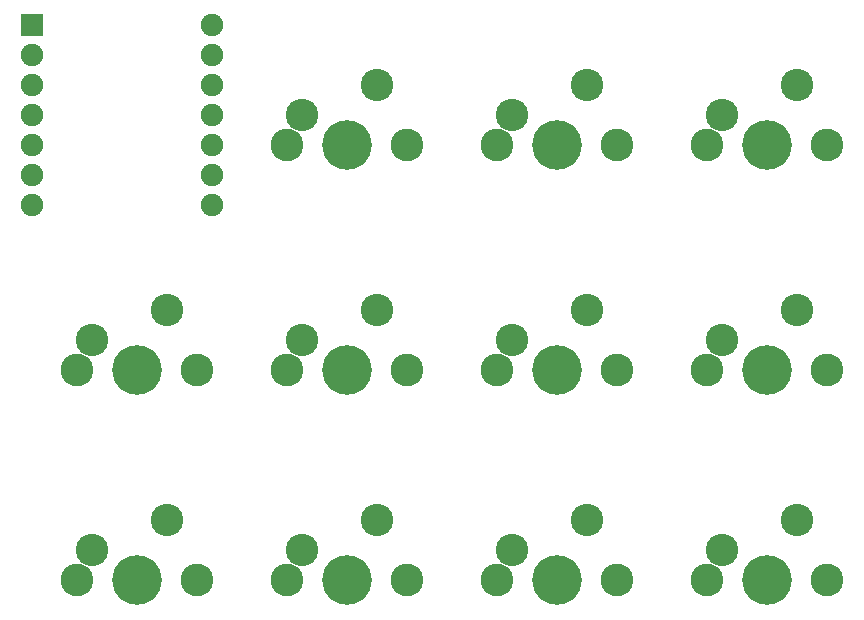
<source format=gbr>
G04 EAGLE Gerber RS-274X export*
G75*
%MOMM*%
%FSLAX34Y34*%
%LPD*%
%INSoldermask Bottom*%
%IPPOS*%
%AMOC8*
5,1,8,0,0,1.08239X$1,22.5*%
G01*
G04 Define Apertures*
%ADD10C,2.743200*%
%ADD11C,2.774800*%
%ADD12C,4.203600*%
%ADD13R,1.903200X1.903200*%
%ADD14C,1.903200*%
D10*
X266700Y482600D03*
X330200Y508000D03*
D11*
X254000Y457200D03*
X355600Y457200D03*
D12*
X304800Y457200D03*
D10*
X444500Y673100D03*
X508000Y698500D03*
D11*
X431800Y647700D03*
X533400Y647700D03*
D12*
X482600Y647700D03*
D10*
X266700Y673100D03*
X330200Y698500D03*
D11*
X254000Y647700D03*
X355600Y647700D03*
D12*
X304800Y647700D03*
D10*
X444500Y482600D03*
X508000Y508000D03*
D11*
X431800Y457200D03*
X533400Y457200D03*
D12*
X482600Y457200D03*
D10*
X88900Y482600D03*
X152400Y508000D03*
D11*
X76200Y457200D03*
X177800Y457200D03*
D12*
X127000Y457200D03*
D10*
X622300Y304800D03*
X685800Y330200D03*
D11*
X609600Y279400D03*
X711200Y279400D03*
D12*
X660400Y279400D03*
D10*
X444500Y304800D03*
X508000Y330200D03*
D11*
X431800Y279400D03*
X533400Y279400D03*
D12*
X482600Y279400D03*
D10*
X266700Y304800D03*
X330200Y330200D03*
D11*
X254000Y279400D03*
X355600Y279400D03*
D12*
X304800Y279400D03*
D10*
X88900Y304800D03*
X152400Y330200D03*
D11*
X76200Y279400D03*
X177800Y279400D03*
D12*
X127000Y279400D03*
D10*
X622300Y482600D03*
X685800Y508000D03*
D11*
X609600Y457200D03*
X711200Y457200D03*
D12*
X660400Y457200D03*
D10*
X622300Y673100D03*
X685800Y698500D03*
D11*
X609600Y647700D03*
X711200Y647700D03*
D12*
X660400Y647700D03*
D13*
X38100Y749300D03*
D14*
X38100Y723900D03*
X38100Y698500D03*
X38100Y673100D03*
X38100Y647700D03*
X38100Y622300D03*
X38100Y596900D03*
X190500Y596900D03*
X190500Y622300D03*
X190500Y647700D03*
X190500Y673100D03*
X190500Y698500D03*
X190500Y723900D03*
X190500Y749300D03*
M02*

</source>
